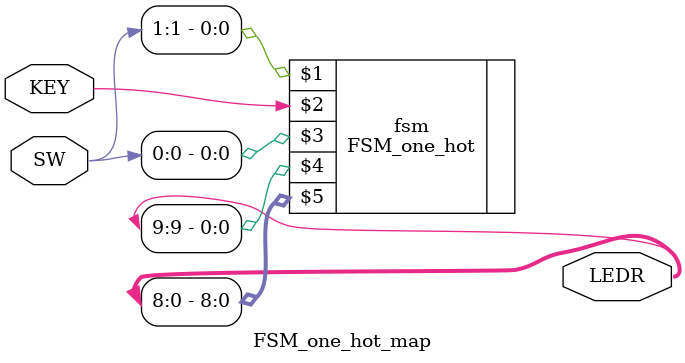
<source format=v>
module FSM_one_hot_map(
	input [1:0] SW,
	input [0:0] KEY,
	output [9:0] LEDR);
	
	FSM_one_hot fsm(SW[1], KEY[0], SW[0], LEDR[9], LEDR[8:0]);
	
endmodule

</source>
